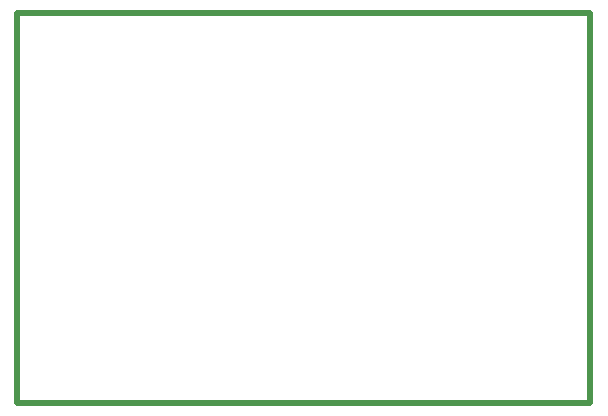
<source format=gko>
G04*
G04 #@! TF.GenerationSoftware,Altium Limited,Altium Designer,22.3.1 (43)*
G04*
G04 Layer_Color=16711935*
%FSLAX25Y25*%
%MOIN*%
G70*
G04*
G04 #@! TF.SameCoordinates,05F4E2DF-3ACD-4F1C-B615-966E0BC44E0A*
G04*
G04*
G04 #@! TF.FilePolarity,Positive*
G04*
G01*
G75*
%ADD34C,0.01968*%
D34*
X323000Y341000D02*
X323000Y211000D01*
X514000D01*
X514000Y341000D02*
X514000Y211000D01*
X323000Y341000D02*
X514000D01*
M02*

</source>
